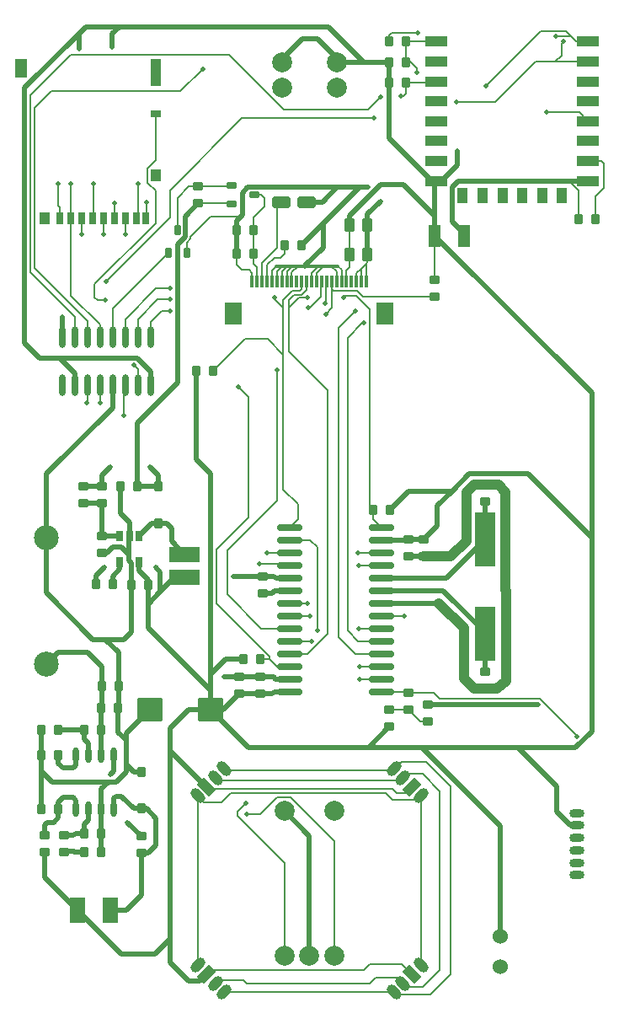
<source format=gtl>
G04 Layer_Physical_Order=1*
G04 Layer_Color=255*
%FSLAX44Y44*%
%MOMM*%
G71*
G01*
G75*
G04:AMPARAMS|DCode=10|XSize=1mm|YSize=0.9mm|CornerRadius=0.1125mm|HoleSize=0mm|Usage=FLASHONLY|Rotation=270.000|XOffset=0mm|YOffset=0mm|HoleType=Round|Shape=RoundedRectangle|*
%AMROUNDEDRECTD10*
21,1,1.0000,0.6750,0,0,270.0*
21,1,0.7750,0.9000,0,0,270.0*
1,1,0.2250,-0.3375,-0.3875*
1,1,0.2250,-0.3375,0.3875*
1,1,0.2250,0.3375,0.3875*
1,1,0.2250,0.3375,-0.3875*
%
%ADD10ROUNDEDRECTD10*%
%ADD11R,0.7000X1.2000*%
%ADD12R,1.0000X1.2000*%
%ADD13R,1.0000X0.8000*%
%ADD14R,1.0000X2.8000*%
%ADD15R,1.3000X1.9000*%
%ADD16R,1.1430X2.2860*%
%ADD17R,0.3000X1.3000*%
%ADD18R,1.8000X2.2000*%
%ADD19R,3.0500X1.5200*%
G04:AMPARAMS|DCode=20|XSize=2.45mm|YSize=2.55mm|CornerRadius=0.245mm|HoleSize=0mm|Usage=FLASHONLY|Rotation=90.000|XOffset=0mm|YOffset=0mm|HoleType=Round|Shape=RoundedRectangle|*
%AMROUNDEDRECTD20*
21,1,2.4500,2.0600,0,0,90.0*
21,1,1.9600,2.5500,0,0,90.0*
1,1,0.4900,1.0300,0.9800*
1,1,0.4900,1.0300,-0.9800*
1,1,0.4900,-1.0300,-0.9800*
1,1,0.4900,-1.0300,0.9800*
%
%ADD20ROUNDEDRECTD20*%
G04:AMPARAMS|DCode=21|XSize=1.8mm|YSize=1.2mm|CornerRadius=0.15mm|HoleSize=0mm|Usage=FLASHONLY|Rotation=180.000|XOffset=0mm|YOffset=0mm|HoleType=Round|Shape=RoundedRectangle|*
%AMROUNDEDRECTD21*
21,1,1.8000,0.9000,0,0,180.0*
21,1,1.5000,1.2000,0,0,180.0*
1,1,0.3000,-0.7500,0.4500*
1,1,0.3000,0.7500,0.4500*
1,1,0.3000,0.7500,-0.4500*
1,1,0.3000,-0.7500,-0.4500*
%
%ADD21ROUNDEDRECTD21*%
%ADD22R,1.5500X2.6000*%
G04:AMPARAMS|DCode=23|XSize=1.4mm|YSize=1mm|CornerRadius=0.125mm|HoleSize=0mm|Usage=FLASHONLY|Rotation=270.000|XOffset=0mm|YOffset=0mm|HoleType=Round|Shape=RoundedRectangle|*
%AMROUNDEDRECTD23*
21,1,1.4000,0.7500,0,0,270.0*
21,1,1.1500,1.0000,0,0,270.0*
1,1,0.2500,-0.3750,-0.5750*
1,1,0.2500,-0.3750,0.5750*
1,1,0.2500,0.3750,0.5750*
1,1,0.2500,0.3750,-0.5750*
%
%ADD23ROUNDEDRECTD23*%
G04:AMPARAMS|DCode=24|XSize=1mm|YSize=0.9mm|CornerRadius=0.1125mm|HoleSize=0mm|Usage=FLASHONLY|Rotation=0.000|XOffset=0mm|YOffset=0mm|HoleType=Round|Shape=RoundedRectangle|*
%AMROUNDEDRECTD24*
21,1,1.0000,0.6750,0,0,0.0*
21,1,0.7750,0.9000,0,0,0.0*
1,1,0.2250,0.3875,-0.3375*
1,1,0.2250,-0.3875,-0.3375*
1,1,0.2250,-0.3875,0.3375*
1,1,0.2250,0.3875,0.3375*
%
%ADD24ROUNDEDRECTD24*%
%ADD25R,1.0000X1.5000*%
%ADD26R,2.2500X1.0000*%
G04:AMPARAMS|DCode=27|XSize=0.6mm|YSize=1.1mm|CornerRadius=0.075mm|HoleSize=0mm|Usage=FLASHONLY|Rotation=180.000|XOffset=0mm|YOffset=0mm|HoleType=Round|Shape=RoundedRectangle|*
%AMROUNDEDRECTD27*
21,1,0.6000,0.9500,0,0,180.0*
21,1,0.4500,1.1000,0,0,180.0*
1,1,0.1500,-0.2250,0.4750*
1,1,0.1500,0.2250,0.4750*
1,1,0.1500,0.2250,-0.4750*
1,1,0.1500,-0.2250,-0.4750*
%
%ADD27ROUNDEDRECTD27*%
G04:AMPARAMS|DCode=28|XSize=0.6mm|YSize=1mm|CornerRadius=0.075mm|HoleSize=0mm|Usage=FLASHONLY|Rotation=270.000|XOffset=0mm|YOffset=0mm|HoleType=Round|Shape=RoundedRectangle|*
%AMROUNDEDRECTD28*
21,1,0.6000,0.8500,0,0,270.0*
21,1,0.4500,1.0000,0,0,270.0*
1,1,0.1500,-0.4250,-0.2250*
1,1,0.1500,-0.4250,0.2250*
1,1,0.1500,0.4250,0.2250*
1,1,0.1500,0.4250,-0.2250*
%
%ADD28ROUNDEDRECTD28*%
G04:AMPARAMS|DCode=29|XSize=0.6mm|YSize=1mm|CornerRadius=0.075mm|HoleSize=0mm|Usage=FLASHONLY|Rotation=0.000|XOffset=0mm|YOffset=0mm|HoleType=Round|Shape=RoundedRectangle|*
%AMROUNDEDRECTD29*
21,1,0.6000,0.8500,0,0,0.0*
21,1,0.4500,1.0000,0,0,0.0*
1,1,0.1500,0.2250,-0.4250*
1,1,0.1500,-0.2250,-0.4250*
1,1,0.1500,-0.2250,0.4250*
1,1,0.1500,0.2250,0.4250*
%
%ADD29ROUNDEDRECTD29*%
%ADD30O,2.6000X0.7000*%
%ADD31O,0.6000X2.2000*%
%ADD32O,0.6000X1.6000*%
G04:AMPARAMS|DCode=33|XSize=0.8mm|YSize=1mm|CornerRadius=0.1mm|HoleSize=0mm|Usage=FLASHONLY|Rotation=180.000|XOffset=0mm|YOffset=0mm|HoleType=Round|Shape=RoundedRectangle|*
%AMROUNDEDRECTD33*
21,1,0.8000,0.8000,0,0,180.0*
21,1,0.6000,1.0000,0,0,180.0*
1,1,0.2000,-0.3000,0.4000*
1,1,0.2000,0.3000,0.4000*
1,1,0.2000,0.3000,-0.4000*
1,1,0.2000,-0.3000,-0.4000*
%
%ADD33ROUNDEDRECTD33*%
%ADD34R,2.0000X5.5000*%
%ADD35C,0.5000*%
%ADD36C,0.2000*%
%ADD37C,1.0000*%
%ADD38C,0.3000*%
%ADD39O,1.5000X0.9000*%
%ADD40C,2.0000*%
%ADD41C,1.5240*%
G04:AMPARAMS|DCode=42|XSize=1mm|YSize=1.7mm|CornerRadius=0mm|HoleSize=0mm|Usage=FLASHONLY|Rotation=225.000|XOffset=0mm|YOffset=0mm|HoleType=Round|Shape=Round|*
%AMOVALD42*
21,1,0.7000,1.0000,0.0000,0.0000,315.0*
1,1,1.0000,-0.2475,0.2475*
1,1,1.0000,0.2475,-0.2475*
%
%ADD42OVALD42*%

G04:AMPARAMS|DCode=43|XSize=1mm|YSize=1.7mm|CornerRadius=0mm|HoleSize=0mm|Usage=FLASHONLY|Rotation=225.000|XOffset=0mm|YOffset=0mm|HoleType=Round|Shape=Rectangle|*
%AMROTATEDRECTD43*
4,1,4,-0.2475,0.9546,0.9546,-0.2475,0.2475,-0.9546,-0.9546,0.2475,-0.2475,0.9546,0.0*
%
%ADD43ROTATEDRECTD43*%

G04:AMPARAMS|DCode=44|XSize=1mm|YSize=1.7mm|CornerRadius=0mm|HoleSize=0mm|Usage=FLASHONLY|Rotation=135.000|XOffset=0mm|YOffset=0mm|HoleType=Round|Shape=Round|*
%AMOVALD44*
21,1,0.7000,1.0000,0.0000,0.0000,225.0*
1,1,1.0000,0.2475,0.2475*
1,1,1.0000,-0.2475,-0.2475*
%
%ADD44OVALD44*%

G04:AMPARAMS|DCode=45|XSize=1mm|YSize=1.7mm|CornerRadius=0mm|HoleSize=0mm|Usage=FLASHONLY|Rotation=135.000|XOffset=0mm|YOffset=0mm|HoleType=Round|Shape=Rectangle|*
%AMROTATEDRECTD45*
4,1,4,0.9546,0.2475,-0.2475,-0.9546,-0.9546,-0.2475,0.2475,0.9546,0.9546,0.2475,0.0*
%
%ADD45ROTATEDRECTD45*%

%ADD46C,2.5000*%
%ADD47C,0.5000*%
D10*
X203500Y646000D02*
D03*
X186500D02*
D03*
X251000Y356500D02*
D03*
X234000D02*
D03*
X397500Y935500D02*
D03*
X380500D02*
D03*
X380500Y977000D02*
D03*
X397500D02*
D03*
X397500Y956250D02*
D03*
X380500D02*
D03*
X292000Y772250D02*
D03*
X275000D02*
D03*
X364000Y506500D02*
D03*
X381000D02*
D03*
X102750Y431750D02*
D03*
X85750D02*
D03*
X31000Y206250D02*
D03*
X48000D02*
D03*
X48000Y285250D02*
D03*
X31000D02*
D03*
X91000Y285250D02*
D03*
X74000D02*
D03*
X571000Y798500D02*
D03*
X588000D02*
D03*
X244250Y763750D02*
D03*
X227250D02*
D03*
X227250Y787500D02*
D03*
X244250D02*
D03*
X127250Y530500D02*
D03*
X110250D02*
D03*
X138000Y431500D02*
D03*
X121000D02*
D03*
X73830Y162370D02*
D03*
X90830D02*
D03*
X73830Y181420D02*
D03*
X90830D02*
D03*
X48000Y260250D02*
D03*
X31000D02*
D03*
X91250Y329750D02*
D03*
X108250D02*
D03*
X91000Y307500D02*
D03*
X108000D02*
D03*
D11*
X49500Y799500D02*
D03*
X60500D02*
D03*
X71500D02*
D03*
X82500D02*
D03*
X93500D02*
D03*
X104500D02*
D03*
X115500D02*
D03*
X126500D02*
D03*
X136000D02*
D03*
D12*
X34000D02*
D03*
X145500Y842500D02*
D03*
D13*
Y904500D02*
D03*
D14*
Y946000D02*
D03*
D15*
X10500Y950500D02*
D03*
D16*
X426395Y782000D02*
D03*
X455605D02*
D03*
D17*
X357500Y736000D02*
D03*
X352500D02*
D03*
X347500D02*
D03*
X342500D02*
D03*
X337500D02*
D03*
X332500D02*
D03*
X327500D02*
D03*
X322500D02*
D03*
X317500D02*
D03*
X312500D02*
D03*
X307500D02*
D03*
X302500D02*
D03*
X297500D02*
D03*
X292500D02*
D03*
X287500D02*
D03*
X282500D02*
D03*
X277500D02*
D03*
X272500D02*
D03*
X267500D02*
D03*
X262500D02*
D03*
X257500D02*
D03*
X252500D02*
D03*
X247500D02*
D03*
X242500D02*
D03*
D18*
X376500Y703500D02*
D03*
X223500D02*
D03*
D19*
X175000Y438550D02*
D03*
Y461450D02*
D03*
D20*
X140250Y306000D02*
D03*
X200750D02*
D03*
D21*
X271750Y815500D02*
D03*
X297750D02*
D03*
D22*
X67100Y104500D02*
D03*
X99900D02*
D03*
D23*
X358500Y792750D02*
D03*
X340500D02*
D03*
Y763000D02*
D03*
X358500D02*
D03*
D24*
X188500Y831250D02*
D03*
Y814250D02*
D03*
X400000Y322500D02*
D03*
Y305500D02*
D03*
X380500D02*
D03*
Y288500D02*
D03*
X91250Y513500D02*
D03*
Y530500D02*
D03*
Y463250D02*
D03*
Y480250D02*
D03*
X34070Y179750D02*
D03*
Y162750D02*
D03*
X53500Y162750D02*
D03*
Y179750D02*
D03*
X425767Y720500D02*
D03*
Y737500D02*
D03*
X253500Y423000D02*
D03*
Y440000D02*
D03*
X229500Y322000D02*
D03*
Y339000D02*
D03*
X250500Y322000D02*
D03*
Y339000D02*
D03*
X415000Y476500D02*
D03*
Y459500D02*
D03*
X399500Y476500D02*
D03*
Y459500D02*
D03*
X477000Y532000D02*
D03*
Y515000D02*
D03*
X477000Y327000D02*
D03*
Y344000D02*
D03*
X419500Y294000D02*
D03*
Y311000D02*
D03*
X73250Y530500D02*
D03*
Y513500D02*
D03*
X131500Y178500D02*
D03*
Y161500D02*
D03*
D25*
X554250Y822000D02*
D03*
X534250D02*
D03*
X514250D02*
D03*
X494250D02*
D03*
X474250D02*
D03*
X454250D02*
D03*
D26*
X428000Y837000D02*
D03*
Y857000D02*
D03*
Y877000D02*
D03*
Y897000D02*
D03*
Y917000D02*
D03*
Y937000D02*
D03*
Y957000D02*
D03*
Y977000D02*
D03*
X580500D02*
D03*
Y957000D02*
D03*
Y937000D02*
D03*
Y917000D02*
D03*
Y897000D02*
D03*
Y877000D02*
D03*
Y857000D02*
D03*
Y837000D02*
D03*
D27*
X109750Y454250D02*
D03*
X128750Y480250D02*
D03*
X119250D02*
D03*
X109750D02*
D03*
X128750Y454250D02*
D03*
D28*
X245000Y823000D02*
D03*
X222000Y813500D02*
D03*
Y832500D02*
D03*
D29*
X167750Y787500D02*
D03*
X177250Y764500D02*
D03*
X158250D02*
D03*
D30*
X280500Y489050D02*
D03*
Y476350D02*
D03*
Y463650D02*
D03*
Y450950D02*
D03*
Y438250D02*
D03*
Y425550D02*
D03*
Y412850D02*
D03*
Y400150D02*
D03*
Y387450D02*
D03*
Y374750D02*
D03*
Y362050D02*
D03*
Y349350D02*
D03*
Y336650D02*
D03*
Y323950D02*
D03*
X372500Y489050D02*
D03*
Y476350D02*
D03*
Y463650D02*
D03*
Y450950D02*
D03*
Y438250D02*
D03*
Y425550D02*
D03*
Y412850D02*
D03*
Y400150D02*
D03*
Y387450D02*
D03*
Y374750D02*
D03*
Y362050D02*
D03*
Y349350D02*
D03*
Y336650D02*
D03*
Y323950D02*
D03*
D31*
X140450Y680000D02*
D03*
X127750D02*
D03*
X115050D02*
D03*
X102350D02*
D03*
X89650D02*
D03*
X76950D02*
D03*
X64250D02*
D03*
X140450Y632000D02*
D03*
X127750D02*
D03*
X115050D02*
D03*
X102350D02*
D03*
X89650D02*
D03*
X76950D02*
D03*
X64250D02*
D03*
X51550Y680000D02*
D03*
Y632000D02*
D03*
D32*
X65510Y206280D02*
D03*
X78210D02*
D03*
X90910D02*
D03*
X103610D02*
D03*
X65510Y260280D02*
D03*
X78210D02*
D03*
X90910D02*
D03*
X103610D02*
D03*
D33*
X148750Y530000D02*
D03*
Y493000D02*
D03*
X131500Y206500D02*
D03*
Y243500D02*
D03*
D34*
X477000Y382000D02*
D03*
Y477000D02*
D03*
D35*
X423500Y837000D02*
X426395Y834105D01*
X29000Y659000D02*
X49000D01*
X64250Y643750D01*
X49000Y659000D02*
X127000D01*
X14000Y674000D02*
X29000Y659000D01*
X51500Y680050D02*
X52000Y680550D01*
X127000Y659000D02*
X140450Y645550D01*
X186500Y557500D02*
Y646000D01*
Y557500D02*
X200750Y543250D01*
Y341250D02*
Y543250D01*
X35800Y423200D02*
Y478500D01*
X549000Y203000D02*
X562500Y189500D01*
X569000D01*
X179000Y33000D02*
X189809D01*
X196749Y39941D01*
X160500Y51500D02*
X179000Y33000D01*
X196749Y39941D02*
Y39960D01*
X300000Y59000D02*
Y179000D01*
X380500Y880000D02*
Y935500D01*
X426395Y782000D02*
X584000Y624395D01*
X426395Y782000D02*
Y801605D01*
X292000Y772250D02*
X314000Y794250D01*
X14000Y674000D02*
Y930500D01*
X160500Y51500D02*
Y75750D01*
Y264499D02*
Y287500D01*
Y75750D02*
Y264499D01*
X196749Y228250D01*
X145250Y60500D02*
X160500Y75750D01*
X140000Y550000D02*
X148750Y541250D01*
Y530000D02*
Y541250D01*
X91250D02*
X100000Y550000D01*
X91250Y530500D02*
Y541250D01*
X127250Y530500D02*
Y594000D01*
X148250Y530500D02*
X148750Y530000D01*
X127250Y530500D02*
X148250D01*
X372500Y425550D02*
X434850D01*
X477000Y383400D01*
X372500Y412850D02*
X430650D01*
X372500Y438250D02*
X438250D01*
X167750Y773575D02*
X175250Y781075D01*
X167750Y634500D02*
Y773575D01*
X127250Y594000D02*
X167750Y634500D01*
X67100Y104500D02*
X111100Y60500D01*
X145250D01*
X413500Y267600D02*
X510000D01*
X359600D02*
X413500D01*
X492000Y189100D01*
Y78000D02*
Y189100D01*
X82500Y376500D02*
X95000D01*
X164550Y438550D02*
X175000D01*
X150250Y424250D02*
X164550Y438550D01*
X161500Y474950D02*
X175000Y461450D01*
X161500Y474950D02*
Y488250D01*
X156750Y493000D02*
X161500Y488250D01*
X561500Y837000D02*
X580500D01*
X550500D02*
X561500D01*
X450000D02*
X550500D01*
X131500Y119500D02*
Y161500D01*
X116500Y104500D02*
X131500Y119500D01*
X99900Y104500D02*
X116500D01*
X34070Y137530D02*
X67100Y104500D01*
X34070Y137530D02*
Y162750D01*
X296000Y751500D02*
Y752000D01*
X314000Y770000D01*
X64630Y162370D02*
X73830D01*
X63250Y163750D02*
X64630Y162370D01*
X54500Y163750D02*
X63250D01*
X584000Y478500D02*
Y624395D01*
X275000Y204000D02*
X300000Y179000D01*
X520000Y542500D02*
X584000Y478500D01*
X264950Y323950D02*
X280500D01*
X263000Y322000D02*
X264950Y323950D01*
X250500Y322000D02*
X263000D01*
X239150Y267600D02*
X359600D01*
X200750Y306000D02*
X239150Y267600D01*
X420000Y310500D02*
X530500D01*
X584000Y284100D02*
Y478500D01*
X510000Y267600D02*
X567499D01*
X584000Y284100D01*
X419500Y311000D02*
X420000Y310500D01*
X549000Y203000D02*
Y228600D01*
X510000Y267600D02*
X549000Y228600D01*
X223500Y440000D02*
X253500D01*
X477000Y382000D02*
Y383400D01*
X200750Y341250D02*
X216000Y356500D01*
X233000Y825000D02*
X238500Y830500D01*
X233000Y803000D02*
Y825000D01*
X231000Y801000D02*
X233000Y803000D01*
X319500Y992000D02*
X355300Y956200D01*
X109000Y992000D02*
X319500D01*
X327500Y956200D02*
X355300D01*
X394500Y833500D02*
X426395Y801605D01*
X75500Y992000D02*
X109000D01*
X102000Y971500D02*
Y985000D01*
X109000Y992000D01*
X68500Y985000D02*
X75500Y992000D01*
X14000Y930500D02*
X68500Y985000D01*
Y970000D02*
Y985000D01*
X175250Y801000D02*
X188500Y814250D01*
X175250Y781075D02*
Y801000D01*
X355300Y956200D02*
X380450D01*
X102750Y440000D02*
X109750Y447000D01*
Y454250D01*
X138000Y431500D02*
Y436250D01*
X128750Y445500D02*
X138000Y436250D01*
X128750Y445500D02*
Y454250D01*
X138000Y412000D02*
X150250Y424250D01*
X145500Y448500D02*
X150250Y443750D01*
X213500Y306000D02*
X229500Y322000D01*
X461000Y542500D02*
X520000D01*
X380500Y880000D02*
X423500Y837000D01*
X292958Y979500D02*
X308500D01*
X327500Y960500D01*
Y956200D02*
Y960500D01*
X272500Y959042D02*
X292958Y979500D01*
X272500Y956200D02*
Y959042D01*
X444000Y525500D02*
X461000Y542500D01*
X429000Y510500D02*
X444000Y525500D01*
X400000D02*
X444000D01*
X381000Y506500D02*
X400000Y525500D01*
X415000Y476500D02*
X429000Y490500D01*
Y510500D01*
X438250Y438250D02*
X477000Y477000D01*
X477000Y515000D02*
X477000Y515000D01*
Y477000D02*
Y515000D01*
Y344000D02*
Y382000D01*
X399500Y459500D02*
X415000D01*
X399500Y476500D02*
X415000D01*
X399350Y476350D02*
X399500Y476500D01*
X51500Y680050D02*
X51550Y680000D01*
X359600Y267600D02*
X380500Y288500D01*
X346500Y807750D02*
X372250Y833500D01*
X394500D01*
X358500Y803250D02*
X371500Y816250D01*
X346500Y807750D02*
X346500D01*
X380500Y935500D02*
Y956250D01*
X380450Y956200D02*
X380500Y956250D01*
X426395Y801605D02*
Y834105D01*
X200750Y325000D02*
Y341250D01*
Y306000D02*
Y325000D01*
X138000Y387750D02*
X200750Y325000D01*
X216000Y356500D02*
X234000D01*
X138000Y387750D02*
Y412000D01*
X179000Y306000D02*
X200750D01*
X160500Y287500D02*
X179000Y306000D01*
X200750D02*
X213500D01*
X116000Y281750D02*
X140250Y306000D01*
X108250Y307750D02*
Y329750D01*
X108000Y307500D02*
X108250Y307750D01*
X91250Y329750D02*
Y348750D01*
Y307750D02*
Y329750D01*
X91000Y307500D02*
X91250Y307750D01*
X91000Y285250D02*
Y307500D01*
Y260370D02*
Y285250D01*
X90910Y260280D02*
X91000Y260370D01*
X74000Y276250D02*
Y285250D01*
Y276250D02*
X78210Y272040D01*
Y260280D02*
Y272040D01*
X48000Y285250D02*
X74000D01*
X48000Y285250D02*
X48000Y285250D01*
X31000Y260250D02*
Y285250D01*
Y260250D02*
X31000Y260250D01*
X65510Y250010D02*
Y260280D01*
X62750Y247250D02*
X65510Y250010D01*
X52500Y247250D02*
X62750D01*
X48000Y251750D02*
X52500Y247250D01*
X48000Y251750D02*
Y260250D01*
Y197250D02*
Y206250D01*
X43500Y192750D02*
X48000Y197250D01*
X36750Y192750D02*
X43500D01*
X34070Y190070D02*
X36750Y192750D01*
X34070Y179750D02*
Y190070D01*
X73830Y181420D02*
Y190580D01*
X78210Y194960D01*
Y206280D01*
X65170Y181420D02*
X73830D01*
X63000Y179250D02*
X65170Y181420D01*
X54000Y179250D02*
X63000D01*
X53500Y179750D02*
X54000Y179250D01*
X53500Y162750D02*
X54500Y163750D01*
X90830Y162370D02*
Y181420D01*
Y206200D01*
X90910Y206280D01*
X108000Y283250D02*
Y307500D01*
Y283250D02*
X116000Y275250D01*
X105750Y233250D02*
X116000Y243500D01*
X31000Y244000D02*
X41750Y233250D01*
X31000Y244000D02*
Y260250D01*
Y206250D02*
Y244000D01*
X116000Y251000D02*
Y275250D01*
Y251000D02*
X123500Y243500D01*
X131500D01*
X116000Y243500D02*
Y251000D01*
X123500Y206500D02*
X131500D01*
X111000Y219000D02*
X123500Y206500D01*
X106000Y219000D02*
X111000D01*
X103610Y216610D02*
X106000Y219000D01*
X103610Y206280D02*
Y216610D01*
X117250Y192750D02*
X131500Y178500D01*
X103610Y260280D02*
X103750Y260140D01*
X131500Y206500D02*
X136250D01*
X146000Y196750D01*
Y169250D02*
Y196750D01*
X138250Y161500D02*
X146000Y169250D01*
X131500Y161500D02*
X138250D01*
X90910Y206280D02*
Y226160D01*
X98000Y233250D01*
X41750D02*
X98000D01*
X105750D01*
X102750Y431750D02*
Y440000D01*
X121000Y431500D02*
Y453250D01*
X118750Y455500D02*
X121000Y453250D01*
X118750Y479750D02*
X119250Y480250D01*
X91250D02*
X109750D01*
X121000Y384000D02*
Y431500D01*
X91250Y463250D02*
X96750D01*
X102500Y469000D01*
X111000D01*
X118750Y461250D01*
Y479750D01*
Y455500D02*
Y461250D01*
X91250Y480250D02*
Y513500D01*
X73250D02*
X91250D01*
X73250Y530500D02*
X91250D01*
X128750Y480250D02*
X141500Y493000D01*
X148750D01*
X138000Y412000D02*
Y431500D01*
X148750Y493000D02*
X156750D01*
X110250Y502750D02*
Y530500D01*
X85750Y431750D02*
Y440500D01*
X93750Y448500D01*
X150250Y424250D02*
Y443750D01*
X227250Y787500D02*
Y797250D01*
Y763750D02*
Y787500D01*
Y763750D02*
X227250Y763750D01*
X227250Y797250D02*
X231000Y801000D01*
X340500Y801750D02*
X346500Y807750D01*
X314000Y794250D02*
X350000Y830250D01*
Y830500D01*
X358750D01*
X297750Y815500D02*
X313250D01*
X328250Y830500D01*
X238500D02*
X328250D01*
X350000D01*
X340500Y792750D02*
Y801750D01*
X428000Y837000D02*
X433000D01*
X449000Y853000D01*
Y867000D01*
X455605Y782000D02*
Y784395D01*
X443750Y796250D02*
X455605Y784395D01*
X443750Y796250D02*
Y830750D01*
X450000Y837000D01*
X229500Y322000D02*
X250500D01*
X264000Y339000D02*
X266350Y336650D01*
X280500D01*
X229500Y339000D02*
X250500D01*
X253500Y440000D02*
X264000D01*
X266500Y437500D01*
X279750D01*
X280500Y438250D01*
X265550Y425550D02*
X280500D01*
X263000Y423000D02*
X265550Y425550D01*
X253500Y423000D02*
X263000D01*
X250500Y339000D02*
X264000D01*
X358500Y763000D02*
Y792750D01*
X116000Y275250D02*
Y281750D01*
X314000Y770000D02*
Y794250D01*
X358500Y792750D02*
Y803250D01*
X423500Y837000D02*
X428000D01*
X64250Y632000D02*
Y643750D01*
X140450Y632000D02*
Y645550D01*
X35800Y423200D02*
X82500Y376500D01*
X113500D02*
X121000Y384000D01*
X95000Y376500D02*
X108250Y363250D01*
Y329750D02*
Y363250D01*
X95000Y376500D02*
X113500D01*
X35800Y351500D02*
X47300Y363000D01*
X77000D01*
X91250Y348750D01*
X372500Y476350D02*
X399350D01*
X48000Y206250D02*
Y212500D01*
X53000Y217500D01*
X62500D01*
X65510Y214490D01*
Y206280D02*
Y214490D01*
X229000Y338500D02*
X229500Y339000D01*
X214000Y338500D02*
X229000D01*
X110250Y502750D02*
X119250Y493750D01*
Y480250D02*
Y493750D01*
X100500Y240499D02*
X103750Y243750D01*
Y260140D01*
X52000Y680550D02*
Y700000D01*
X102350Y609350D02*
Y632000D01*
X35800Y542800D02*
X102350Y609350D01*
X35800Y478500D02*
Y542800D01*
D36*
X196749Y44000D02*
X355000D01*
X135500Y800000D02*
X136500Y801000D01*
X124000Y652000D02*
X127750Y648250D01*
Y632000D02*
Y648250D01*
X207000Y467000D02*
X239000Y499000D01*
Y620000D01*
X263500Y720000D02*
X274000Y709500D01*
X229000Y630000D02*
X239000Y620000D01*
X203500Y646000D02*
X235500Y678000D01*
X258000D01*
X274000Y662000D02*
Y709500D01*
Y527000D02*
Y662000D01*
X258000Y678000D02*
X274000Y662000D01*
X217500Y465500D02*
X268000Y516000D01*
Y647000D01*
X217500Y422000D02*
Y465500D01*
X207000Y412843D02*
Y467000D01*
X268000Y218000D02*
X281000D01*
X251000Y201000D02*
X268000Y218000D01*
X237000Y201000D02*
X251000D01*
X325000Y59000D02*
Y174000D01*
X281000Y218000D02*
X325000Y174000D01*
X406271Y215350D02*
Y219269D01*
X376700Y222000D02*
X383350Y215350D01*
X221114Y222000D02*
X376700D01*
X212115Y213000D02*
X221114Y222000D01*
X385270Y245210D02*
X393059Y253000D01*
X215710Y245210D02*
X385270D01*
X280750Y375000D02*
X281250Y374500D01*
X317000Y734500D02*
X318000Y735500D01*
X400125Y958875D02*
X408500Y950500D01*
X387847Y37000D02*
X397786Y27061D01*
X334000Y721500D02*
X347500D01*
X214710Y22000D02*
X385270D01*
X208750Y34000D02*
X233980D01*
X187769Y48941D02*
Y219270D01*
X355000Y44000D02*
X361000Y50000D01*
X196749Y39960D02*
Y44000D01*
X233980Y34000D02*
X237000Y30980D01*
X205730D02*
X208750Y34000D01*
X237000Y30980D02*
X360980D01*
X361000Y50000D02*
X393191D01*
X422000Y20000D02*
X442000Y40000D01*
X387270Y20000D02*
X422000D01*
X385270Y22000D02*
X387270Y20000D01*
X414561Y27061D02*
X431500Y44000D01*
X397786Y27061D02*
X414561D01*
X367000Y37000D02*
X387847D01*
X360980Y30980D02*
X367000Y37000D01*
X393191Y50000D02*
X403231Y39960D01*
X391909Y235000D02*
X394250Y237230D01*
X207960Y235000D02*
X391909D01*
X205730Y237230D02*
X207960Y235000D01*
X396980Y222000D02*
X403230Y228250D01*
X388000Y222000D02*
X396980D01*
X383391Y226609D02*
X388000Y222000D01*
X211372Y226609D02*
X383391D01*
X211372Y226609D02*
X211372Y226609D01*
X395650D02*
X397291Y228250D01*
X194039Y213000D02*
X212115D01*
X187769Y219270D02*
X194039Y213000D01*
X412211Y48941D02*
Y219269D01*
X412211D01*
X406271D02*
X412211D01*
X383350Y215350D02*
X406271D01*
X414351Y241149D02*
X431500Y224000D01*
X398169Y241149D02*
X414351D01*
X394250Y237230D02*
X398169Y241149D01*
X393059Y253000D02*
X417500D01*
X442000Y228500D01*
X204330Y226609D02*
X211372D01*
X202689Y228250D02*
X204330Y226609D01*
X196749Y228250D02*
X202689D01*
X397291D02*
X403230D01*
X114000Y601000D02*
Y630950D01*
X115050Y632000D01*
X96000Y736000D02*
X160000Y800000D01*
Y827500D01*
X145500Y794500D02*
Y827257D01*
X84000Y733000D02*
X145500Y794500D01*
X84000Y720000D02*
Y733000D01*
X49500Y799500D02*
Y810500D01*
X47500Y812500D02*
X49500Y810500D01*
X47500Y812500D02*
Y834250D01*
X47005Y833677D02*
X47500Y834250D01*
X392500Y922500D02*
X395000D01*
X397500Y925000D01*
Y935500D01*
X232500Y900000D02*
X365000D01*
X160000Y827500D02*
X232500Y900000D01*
X219814Y964000D02*
X274814Y909000D01*
X425767Y781372D02*
X426395Y782000D01*
X380500Y977000D02*
Y983000D01*
X275000Y764250D02*
Y772250D01*
X359500Y909000D02*
X371500Y921000D01*
X323000Y709500D02*
Y728257D01*
Y735500D01*
Y728257D02*
X324757Y726500D01*
X348157D01*
X354157Y720500D01*
X425767D01*
X334999Y719999D02*
Y720501D01*
X334000Y721500D02*
X334999Y720501D01*
X425767Y737500D02*
Y781372D01*
X60000Y834500D02*
X60500Y834000D01*
Y799500D02*
Y834000D01*
X23500Y749500D02*
Y910000D01*
X167750Y787500D02*
Y820000D01*
X19500Y745000D02*
Y923000D01*
X60500Y721500D02*
Y799500D01*
X82500D02*
X83500Y800500D01*
Y834000D01*
X126500Y799500D02*
X128000Y801000D01*
Y834000D01*
X532004Y316774D02*
X569000Y279778D01*
X430726Y316774D02*
X532004D01*
X425000Y322500D02*
X430726Y316774D01*
X350000Y450950D02*
X372500D01*
X349000Y463000D02*
X371850D01*
X372500Y463650D01*
X561500Y837000D02*
X561500D01*
X571000Y827500D01*
Y798500D02*
Y827500D01*
X580500Y857000D02*
X593500D01*
X596000Y854500D01*
Y829500D02*
Y854500D01*
X588000Y821500D02*
X596000Y829500D01*
X588000Y798500D02*
Y821500D01*
X334000Y721500D02*
X334000Y721500D01*
X347500D02*
X361000Y708000D01*
Y509500D02*
Y708000D01*
Y509500D02*
X364000Y506500D01*
X312000Y735500D02*
X312500Y736000D01*
X289500Y719500D02*
X298000D01*
X279500Y709500D02*
X289500Y719500D01*
X279500Y709500D02*
Y717343D01*
Y666000D02*
Y709500D01*
X284657Y722500D02*
X291900D01*
X93500Y783000D02*
Y799500D01*
X353500Y694500D02*
X355000D01*
X338500Y679500D02*
X353500Y694500D01*
X329500Y689500D02*
X346500Y706500D01*
X279500Y666000D02*
X318500Y627000D01*
X279500Y717343D02*
X284657Y722500D01*
X329500Y379000D02*
Y689500D01*
X338500Y385000D02*
Y679500D01*
Y385000D02*
X348750Y374750D01*
X372500D01*
X397500Y935500D02*
X426500D01*
X428000Y937000D01*
X358500Y755000D02*
Y763000D01*
X357500Y754000D02*
X358500Y755000D01*
X329500Y379000D02*
X346450Y362050D01*
X372500D01*
X274000Y709500D02*
Y717500D01*
X291900Y722500D02*
X297000Y727600D01*
X115500Y783000D02*
Y799500D01*
X297000Y727600D02*
Y735500D01*
X297500Y736000D01*
X283000Y726500D02*
X290243D01*
X274000Y717500D02*
X283000Y726500D01*
X292000Y735500D02*
X292500Y736000D01*
X292000Y728257D02*
Y735500D01*
X290243Y726500D02*
X292000Y728257D01*
X274000Y527000D02*
X289000Y512000D01*
X318500Y382000D02*
Y627000D01*
X115050Y680000D02*
Y698050D01*
X71500Y783000D02*
Y799500D01*
X84000Y720000D02*
X87000Y717000D01*
X95000D01*
X137500Y835257D02*
X145500Y827257D01*
Y857743D02*
Y904500D01*
X137500Y849743D02*
X145500Y857743D01*
X137500Y835257D02*
Y849743D01*
X102350Y708600D02*
X158250Y764500D01*
X282500Y745000D02*
X289000Y751500D01*
X282500Y736000D02*
Y745000D01*
X357500Y736000D02*
Y754000D01*
X301150Y476350D02*
X308500Y469000D01*
X207000Y412843D02*
X260500Y359343D01*
X298550Y362050D02*
X318500Y382000D01*
X217500Y422000D02*
X252050Y387450D01*
X280500D01*
X228000Y203000D02*
X236500Y211500D01*
X228000Y199000D02*
Y203000D01*
Y199000D02*
X275000Y152000D01*
Y59000D02*
Y152000D01*
X364000Y497550D02*
Y506500D01*
Y497550D02*
X372500Y489050D01*
X302500Y744500D02*
X309500Y751500D01*
X302500Y736000D02*
Y744500D01*
X307500Y744500D02*
X314500Y751500D01*
X307500Y736000D02*
Y744500D01*
X260500Y356500D02*
Y359343D01*
Y356500D02*
X267650Y349350D01*
X251000Y356500D02*
X260500D01*
X267650Y349350D02*
X280500D01*
X569000Y279000D02*
Y279778D01*
X400000Y322500D02*
X425000D01*
X279900Y400750D02*
X280500Y400150D01*
X140450Y680000D02*
Y695450D01*
X317500Y736000D02*
X318000Y735500D01*
X127750Y680000D02*
Y697750D01*
X102350Y680000D02*
Y708600D01*
X60500Y721500D02*
X89650Y692350D01*
Y680000D02*
Y692350D01*
X170500Y927000D02*
X193000Y949500D01*
X40500Y927000D02*
X170500D01*
X23500Y910000D02*
X40500Y927000D01*
X60500Y964000D02*
X219814D01*
X19500Y745000D02*
X64250Y700250D01*
X23500Y749500D02*
X76950Y696050D01*
Y680000D02*
Y696050D01*
X274814Y909000D02*
X359500D01*
X19500Y923000D02*
X60500Y964000D01*
X64250Y680000D02*
Y700250D01*
X126500Y799500D02*
X126500Y799500D01*
X180750Y780750D02*
X201000Y801000D01*
X180750Y778797D02*
Y780750D01*
X177250Y775297D02*
X180750Y778797D01*
X177250Y764500D02*
Y775297D01*
X135500Y800000D02*
X136000Y799500D01*
X340500Y750250D02*
Y763000D01*
X337500Y747250D02*
X340500Y750250D01*
X337500Y736000D02*
Y747250D01*
X322000Y751500D02*
X327500Y746000D01*
Y736000D02*
Y746000D01*
X214710Y246210D02*
X215710Y245210D01*
X350650Y349350D02*
X372500D01*
X350650Y336650D02*
X372500D01*
X431500Y44000D02*
Y224000D01*
X398550Y323950D02*
X400000Y322500D01*
X411500Y294000D02*
X419500D01*
X400000Y305500D02*
X411500Y294000D01*
X380500Y305500D02*
X400000D01*
X167750Y820000D02*
X179000Y831250D01*
X571500Y906000D02*
X580500Y897000D01*
X397500Y977000D02*
X397500Y977000D01*
X397500Y956250D02*
Y977000D01*
X397500Y977000D02*
X428000D01*
X245000Y823000D02*
X252000D01*
X255250Y819750D01*
Y811500D02*
Y819750D01*
X244250Y800500D02*
X255250Y811500D01*
X244250Y787500D02*
Y800500D01*
X244250Y763750D02*
Y787500D01*
X244250Y787500D02*
X244250Y787500D01*
X270750Y760000D02*
X275000Y764250D01*
X265000Y760000D02*
X270750D01*
X257500Y752500D02*
X265000Y760000D01*
X257500Y736000D02*
Y752500D01*
Y736000D02*
X257500Y736000D01*
X332500D02*
Y747500D01*
X328500Y751500D02*
X332500Y747500D01*
X262500Y736000D02*
Y747000D01*
X267000Y751500D01*
X267500Y736000D02*
Y746000D01*
X273000Y751500D01*
X273250D01*
X272500Y736000D02*
Y745750D01*
X278250Y751500D01*
X277500Y736000D02*
Y745750D01*
X283250Y751500D01*
X347500Y736000D02*
Y744000D01*
X352500Y736000D02*
Y749000D01*
X347500Y744000D02*
X352500Y749000D01*
X357500Y754000D01*
X201000Y801000D02*
X231000D01*
X188500Y831250D02*
X220750D01*
X222000Y832500D01*
X188500Y814250D02*
X221250D01*
X222000Y813500D01*
X340500Y763000D02*
Y792750D01*
X267500Y769500D02*
Y811250D01*
X271750Y815500D01*
X179000Y831250D02*
X188500D01*
X289000Y497550D02*
Y512000D01*
X252500Y736000D02*
Y754500D01*
X267500Y769500D01*
X247500Y736000D02*
Y750500D01*
X244250Y753750D02*
X247500Y750500D01*
X244250Y753750D02*
Y763750D01*
X227250Y752500D02*
Y763750D01*
Y752500D02*
X232250Y747500D01*
X239750D01*
X242500Y744750D01*
Y736000D02*
Y744750D01*
X187769Y48941D02*
X187769Y48941D01*
X205730Y30597D02*
Y30980D01*
X442000Y40000D02*
Y228500D01*
X280500Y476350D02*
X301150D01*
X372500Y323950D02*
X398550D01*
X280500Y374750D02*
X280750Y375000D01*
X280500Y362050D02*
X298550D01*
X372500Y400150D02*
X395850D01*
X280500Y412850D02*
X297850D01*
X280500Y489050D02*
X289000Y497550D01*
X568500Y977500D02*
X580000D01*
X580500Y977000D01*
X278950Y452500D02*
X280500Y450950D01*
X250000Y452500D02*
X278950D01*
X104500Y799500D02*
Y815000D01*
X136500Y801000D02*
Y815500D01*
X350000Y387500D02*
X350050Y387450D01*
X372500D01*
X281250Y374500D02*
X302500D01*
X281150Y399500D02*
X301000D01*
X280500Y400150D02*
X281150Y399500D01*
X279850Y463000D02*
X280500Y463650D01*
X257500Y463000D02*
X279850D01*
X263500Y720000D02*
X265000D01*
X89650Y614150D02*
Y632000D01*
X380500Y983000D02*
X383000Y985500D01*
X409000D01*
X397500Y956250D02*
X400125Y958875D01*
X408500Y945500D02*
Y950500D01*
X571500Y906000D02*
X571500Y906000D01*
X539000Y906000D02*
X571500D01*
X448000Y916000D02*
X487000D01*
X528000Y957000D01*
X477500Y932000D02*
X533000Y987500D01*
X558500D01*
X548000Y982500D02*
X563500D01*
X558500Y987500D02*
X563500Y982500D01*
X568500Y977500D01*
X553500Y963000D02*
Y974500D01*
X556000Y977000D01*
X547500Y957000D02*
X553500Y963000D01*
X528000Y957000D02*
X547500D01*
X580500D01*
X115050Y698050D02*
X146000Y729000D01*
X160000D01*
X127750Y697750D02*
X147750Y717750D01*
X160000D01*
X140450Y695450D02*
X151500Y706500D01*
X160000D01*
X312000Y721000D02*
Y735500D01*
X316000Y714000D02*
X317000Y715000D01*
Y734500D01*
X316500Y703000D02*
X323000Y709500D01*
X300500D02*
X312000Y721000D01*
X299000Y709500D02*
X300500D01*
X308000Y468500D02*
X308500Y469000D01*
X308000Y385500D02*
Y468500D01*
X76950Y614200D02*
Y632000D01*
X76750Y614000D02*
X76950Y614200D01*
D37*
X497750Y335000D02*
X497750Y335000D01*
Y372000D01*
X497750D02*
X497750D01*
X497750D02*
Y425000D01*
X497500Y426000D02*
X497750Y425000D01*
X497500Y426000D02*
Y524500D01*
X490000Y532000D02*
X497500Y524500D01*
X430650Y412850D02*
X455500Y388000D01*
Y337500D02*
Y388000D01*
X477000Y532000D02*
X490000D01*
X455500Y337500D02*
X466000Y327000D01*
X477000D01*
X488500D01*
X465500Y532000D02*
X477000D01*
X458000Y524500D02*
X465500Y532000D01*
X488500Y327000D02*
X497750Y335000D01*
X458000Y475000D02*
Y524500D01*
X442500Y459500D02*
X458000Y475000D01*
X415000Y459500D02*
X442500D01*
D38*
X296000Y751500D02*
X309500D01*
X289000D02*
X296000D01*
X267000D02*
X273000D01*
X273250D02*
X278250D01*
X283250D01*
X289000D01*
X314500D02*
X322000D01*
X328500D01*
X309500D02*
X314500D01*
D39*
X569000Y139500D02*
D03*
Y152000D02*
D03*
Y164500D02*
D03*
Y177000D02*
D03*
Y189500D02*
D03*
Y202000D02*
D03*
D40*
X275000Y59000D02*
D03*
X300000D02*
D03*
X325000D02*
D03*
Y204000D02*
D03*
X275000D02*
D03*
X272500Y956200D02*
D03*
Y930800D02*
D03*
X327500D02*
D03*
Y956200D02*
D03*
D41*
X492000Y78000D02*
D03*
Y48000D02*
D03*
D42*
X187769Y219270D02*
D03*
X205730Y237230D02*
D03*
X214710Y246210D02*
D03*
X412211Y48941D02*
D03*
X394250Y30980D02*
D03*
X385270Y22000D02*
D03*
D43*
X196749Y228250D02*
D03*
X403231Y39960D02*
D03*
D44*
X187769Y48941D02*
D03*
X205730Y30980D02*
D03*
X214710Y22000D02*
D03*
X412211Y219269D02*
D03*
X394250Y237230D02*
D03*
X385270Y246210D02*
D03*
D45*
X196749Y39960D02*
D03*
X403231Y228249D02*
D03*
D46*
X35800Y351500D02*
D03*
Y478500D02*
D03*
D47*
X124000Y652000D02*
D03*
X229000Y630000D02*
D03*
X268000Y647000D02*
D03*
X114000Y601000D02*
D03*
X96000Y736000D02*
D03*
X392500Y922500D02*
D03*
X365000Y900000D02*
D03*
X371500Y921000D02*
D03*
X334999Y719999D02*
D03*
X60000Y834500D02*
D03*
X140000Y550000D02*
D03*
X100000D02*
D03*
X350000Y450950D02*
D03*
X349000Y463000D02*
D03*
X550500Y837000D02*
D03*
X298000Y719500D02*
D03*
X477500Y932000D02*
D03*
X355000Y694500D02*
D03*
X346500Y706500D02*
D03*
X160000Y729000D02*
D03*
Y717750D02*
D03*
Y706500D02*
D03*
X93500Y783000D02*
D03*
X115500D02*
D03*
X71500D02*
D03*
X95000Y717000D02*
D03*
X236500Y211500D02*
D03*
X237000Y201000D02*
D03*
X395850Y400150D02*
D03*
X530500Y310500D02*
D03*
X569000Y279000D02*
D03*
X297850Y412850D02*
D03*
X223500Y440000D02*
D03*
X193000Y949500D02*
D03*
X102000Y971500D02*
D03*
X68500Y970000D02*
D03*
X145500Y448500D02*
D03*
X350650Y349350D02*
D03*
X350650Y336650D02*
D03*
X497750Y425000D02*
D03*
X371500Y816250D02*
D03*
X358750Y830500D02*
D03*
X117250Y192750D02*
D03*
X93750Y448500D02*
D03*
X449000Y867000D02*
D03*
X250000Y452500D02*
D03*
X83500Y834000D02*
D03*
X47500Y834250D02*
D03*
X128000Y834000D02*
D03*
X104500Y815000D02*
D03*
X136500Y815500D02*
D03*
X214000Y338500D02*
D03*
X350000Y387500D02*
D03*
X302500Y374500D02*
D03*
X301000Y399500D02*
D03*
X257500Y463000D02*
D03*
X265000Y720000D02*
D03*
X100500Y240499D02*
D03*
X409000Y985500D02*
D03*
X408500Y945500D02*
D03*
X539000Y906000D02*
D03*
X448000Y916000D02*
D03*
X548000Y982500D02*
D03*
X556000Y977000D02*
D03*
X316000Y714000D02*
D03*
X316500Y703000D02*
D03*
X52000Y700000D02*
D03*
X299000Y709500D02*
D03*
X308000Y385500D02*
D03*
X89650Y614150D02*
D03*
X76750Y614000D02*
D03*
M02*

</source>
